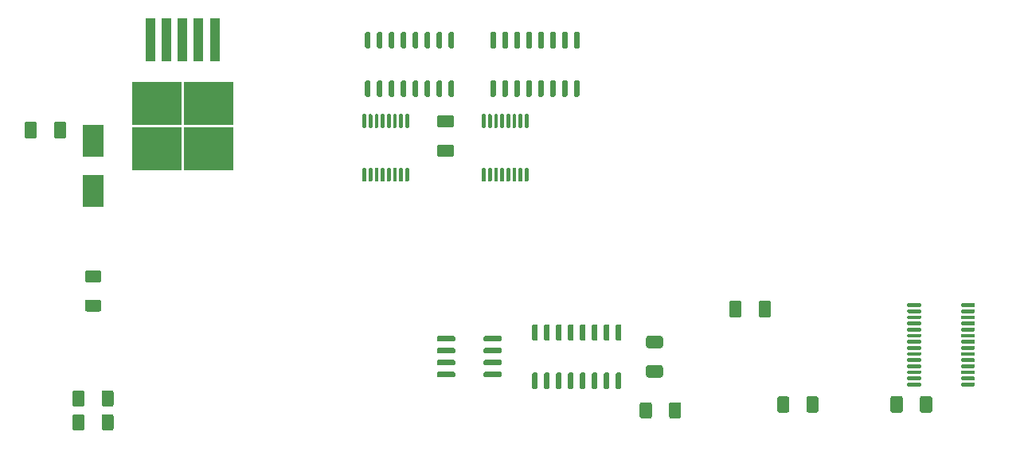
<source format=gbr>
%TF.GenerationSoftware,KiCad,Pcbnew,5.1.9+dfsg1-1*%
%TF.CreationDate,2021-10-02T14:14:08+02:00*%
%TF.ProjectId,accessory_board,61636365-7373-46f7-9279-5f626f617264,rev?*%
%TF.SameCoordinates,Original*%
%TF.FileFunction,Paste,Top*%
%TF.FilePolarity,Positive*%
%FSLAX46Y46*%
G04 Gerber Fmt 4.6, Leading zero omitted, Abs format (unit mm)*
G04 Created by KiCad (PCBNEW 5.1.9+dfsg1-1) date 2021-10-02 14:14:08*
%MOMM*%
%LPD*%
G01*
G04 APERTURE LIST*
%ADD10R,2.300000X3.500000*%
%ADD11R,1.100000X4.600000*%
%ADD12R,5.250000X4.550000*%
G04 APERTURE END LIST*
%TO.C,C1*%
G36*
G01*
X200009999Y-32700000D02*
X201310001Y-32700000D01*
G75*
G02*
X201560000Y-32949999I0J-249999D01*
G01*
X201560000Y-33775001D01*
G75*
G02*
X201310001Y-34025000I-249999J0D01*
G01*
X200009999Y-34025000D01*
G75*
G02*
X199760000Y-33775001I0J249999D01*
G01*
X199760000Y-32949999D01*
G75*
G02*
X200009999Y-32700000I249999J0D01*
G01*
G37*
G36*
G01*
X200009999Y-35825000D02*
X201310001Y-35825000D01*
G75*
G02*
X201560000Y-36074999I0J-249999D01*
G01*
X201560000Y-36900001D01*
G75*
G02*
X201310001Y-37150000I-249999J0D01*
G01*
X200009999Y-37150000D01*
G75*
G02*
X199760000Y-36900001I0J249999D01*
G01*
X199760000Y-36074999D01*
G75*
G02*
X200009999Y-35825000I249999J0D01*
G01*
G37*
%TD*%
%TO.C,C3*%
G36*
G01*
X159015000Y-34940001D02*
X159015000Y-33639999D01*
G75*
G02*
X159264999Y-33390000I249999J0D01*
G01*
X160090001Y-33390000D01*
G75*
G02*
X160340000Y-33639999I0J-249999D01*
G01*
X160340000Y-34940001D01*
G75*
G02*
X160090001Y-35190000I-249999J0D01*
G01*
X159264999Y-35190000D01*
G75*
G02*
X159015000Y-34940001I0J249999D01*
G01*
G37*
G36*
G01*
X155890000Y-34940001D02*
X155890000Y-33639999D01*
G75*
G02*
X156139999Y-33390000I249999J0D01*
G01*
X156965001Y-33390000D01*
G75*
G02*
X157215000Y-33639999I0J-249999D01*
G01*
X157215000Y-34940001D01*
G75*
G02*
X156965001Y-35190000I-249999J0D01*
G01*
X156139999Y-35190000D01*
G75*
G02*
X155890000Y-34940001I0J249999D01*
G01*
G37*
%TD*%
%TO.C,C6*%
G36*
G01*
X230820000Y-53990001D02*
X230820000Y-52689999D01*
G75*
G02*
X231069999Y-52440000I249999J0D01*
G01*
X231895001Y-52440000D01*
G75*
G02*
X232145000Y-52689999I0J-249999D01*
G01*
X232145000Y-53990001D01*
G75*
G02*
X231895001Y-54240000I-249999J0D01*
G01*
X231069999Y-54240000D01*
G75*
G02*
X230820000Y-53990001I0J249999D01*
G01*
G37*
G36*
G01*
X233945000Y-53990001D02*
X233945000Y-52689999D01*
G75*
G02*
X234194999Y-52440000I249999J0D01*
G01*
X235020001Y-52440000D01*
G75*
G02*
X235270000Y-52689999I0J-249999D01*
G01*
X235270000Y-53990001D01*
G75*
G02*
X235020001Y-54240000I-249999J0D01*
G01*
X234194999Y-54240000D01*
G75*
G02*
X233945000Y-53990001I0J249999D01*
G01*
G37*
%TD*%
%TO.C,C7*%
G36*
G01*
X252415000Y-62849999D02*
X252415000Y-64150001D01*
G75*
G02*
X252165001Y-64400000I-249999J0D01*
G01*
X251339999Y-64400000D01*
G75*
G02*
X251090000Y-64150001I0J249999D01*
G01*
X251090000Y-62849999D01*
G75*
G02*
X251339999Y-62600000I249999J0D01*
G01*
X252165001Y-62600000D01*
G75*
G02*
X252415000Y-62849999I0J-249999D01*
G01*
G37*
G36*
G01*
X249290000Y-62849999D02*
X249290000Y-64150001D01*
G75*
G02*
X249040001Y-64400000I-249999J0D01*
G01*
X248214999Y-64400000D01*
G75*
G02*
X247965000Y-64150001I0J249999D01*
G01*
X247965000Y-62849999D01*
G75*
G02*
X248214999Y-62600000I249999J0D01*
G01*
X249040001Y-62600000D01*
G75*
G02*
X249290000Y-62849999I0J-249999D01*
G01*
G37*
%TD*%
%TO.C,C8*%
G36*
G01*
X223535001Y-57520000D02*
X222234999Y-57520000D01*
G75*
G02*
X221985000Y-57270001I0J249999D01*
G01*
X221985000Y-56444999D01*
G75*
G02*
X222234999Y-56195000I249999J0D01*
G01*
X223535001Y-56195000D01*
G75*
G02*
X223785000Y-56444999I0J-249999D01*
G01*
X223785000Y-57270001D01*
G75*
G02*
X223535001Y-57520000I-249999J0D01*
G01*
G37*
G36*
G01*
X223535001Y-60645000D02*
X222234999Y-60645000D01*
G75*
G02*
X221985000Y-60395001I0J249999D01*
G01*
X221985000Y-59569999D01*
G75*
G02*
X222234999Y-59320000I249999J0D01*
G01*
X223535001Y-59320000D01*
G75*
G02*
X223785000Y-59569999I0J-249999D01*
G01*
X223785000Y-60395001D01*
G75*
G02*
X223535001Y-60645000I-249999J0D01*
G01*
G37*
%TD*%
D10*
%TO.C,D2*%
X163195000Y-40800000D03*
X163195000Y-35400000D03*
%TD*%
%TO.C,R1*%
G36*
G01*
X165395000Y-62240000D02*
X165395000Y-63490000D01*
G75*
G02*
X165145000Y-63740000I-250000J0D01*
G01*
X164345000Y-63740000D01*
G75*
G02*
X164095000Y-63490000I0J250000D01*
G01*
X164095000Y-62240000D01*
G75*
G02*
X164345000Y-61990000I250000J0D01*
G01*
X165145000Y-61990000D01*
G75*
G02*
X165395000Y-62240000I0J-250000D01*
G01*
G37*
G36*
G01*
X162295000Y-62240000D02*
X162295000Y-63490000D01*
G75*
G02*
X162045000Y-63740000I-250000J0D01*
G01*
X161245000Y-63740000D01*
G75*
G02*
X160995000Y-63490000I0J250000D01*
G01*
X160995000Y-62240000D01*
G75*
G02*
X161245000Y-61990000I250000J0D01*
G01*
X162045000Y-61990000D01*
G75*
G02*
X162295000Y-62240000I0J-250000D01*
G01*
G37*
%TD*%
%TO.C,R2*%
G36*
G01*
X162570000Y-52335000D02*
X163820000Y-52335000D01*
G75*
G02*
X164070000Y-52585000I0J-250000D01*
G01*
X164070000Y-53385000D01*
G75*
G02*
X163820000Y-53635000I-250000J0D01*
G01*
X162570000Y-53635000D01*
G75*
G02*
X162320000Y-53385000I0J250000D01*
G01*
X162320000Y-52585000D01*
G75*
G02*
X162570000Y-52335000I250000J0D01*
G01*
G37*
G36*
G01*
X162570000Y-49235000D02*
X163820000Y-49235000D01*
G75*
G02*
X164070000Y-49485000I0J-250000D01*
G01*
X164070000Y-50285000D01*
G75*
G02*
X163820000Y-50535000I-250000J0D01*
G01*
X162570000Y-50535000D01*
G75*
G02*
X162320000Y-50285000I0J250000D01*
G01*
X162320000Y-49485000D01*
G75*
G02*
X162570000Y-49235000I250000J0D01*
G01*
G37*
%TD*%
%TO.C,U1*%
G36*
G01*
X204835000Y-34070000D02*
X204635000Y-34070000D01*
G75*
G02*
X204535000Y-33970000I0J100000D01*
G01*
X204535000Y-32695000D01*
G75*
G02*
X204635000Y-32595000I100000J0D01*
G01*
X204835000Y-32595000D01*
G75*
G02*
X204935000Y-32695000I0J-100000D01*
G01*
X204935000Y-33970000D01*
G75*
G02*
X204835000Y-34070000I-100000J0D01*
G01*
G37*
G36*
G01*
X205485000Y-34070000D02*
X205285000Y-34070000D01*
G75*
G02*
X205185000Y-33970000I0J100000D01*
G01*
X205185000Y-32695000D01*
G75*
G02*
X205285000Y-32595000I100000J0D01*
G01*
X205485000Y-32595000D01*
G75*
G02*
X205585000Y-32695000I0J-100000D01*
G01*
X205585000Y-33970000D01*
G75*
G02*
X205485000Y-34070000I-100000J0D01*
G01*
G37*
G36*
G01*
X206135000Y-34070000D02*
X205935000Y-34070000D01*
G75*
G02*
X205835000Y-33970000I0J100000D01*
G01*
X205835000Y-32695000D01*
G75*
G02*
X205935000Y-32595000I100000J0D01*
G01*
X206135000Y-32595000D01*
G75*
G02*
X206235000Y-32695000I0J-100000D01*
G01*
X206235000Y-33970000D01*
G75*
G02*
X206135000Y-34070000I-100000J0D01*
G01*
G37*
G36*
G01*
X206785000Y-34070000D02*
X206585000Y-34070000D01*
G75*
G02*
X206485000Y-33970000I0J100000D01*
G01*
X206485000Y-32695000D01*
G75*
G02*
X206585000Y-32595000I100000J0D01*
G01*
X206785000Y-32595000D01*
G75*
G02*
X206885000Y-32695000I0J-100000D01*
G01*
X206885000Y-33970000D01*
G75*
G02*
X206785000Y-34070000I-100000J0D01*
G01*
G37*
G36*
G01*
X207435000Y-34070000D02*
X207235000Y-34070000D01*
G75*
G02*
X207135000Y-33970000I0J100000D01*
G01*
X207135000Y-32695000D01*
G75*
G02*
X207235000Y-32595000I100000J0D01*
G01*
X207435000Y-32595000D01*
G75*
G02*
X207535000Y-32695000I0J-100000D01*
G01*
X207535000Y-33970000D01*
G75*
G02*
X207435000Y-34070000I-100000J0D01*
G01*
G37*
G36*
G01*
X208085000Y-34070000D02*
X207885000Y-34070000D01*
G75*
G02*
X207785000Y-33970000I0J100000D01*
G01*
X207785000Y-32695000D01*
G75*
G02*
X207885000Y-32595000I100000J0D01*
G01*
X208085000Y-32595000D01*
G75*
G02*
X208185000Y-32695000I0J-100000D01*
G01*
X208185000Y-33970000D01*
G75*
G02*
X208085000Y-34070000I-100000J0D01*
G01*
G37*
G36*
G01*
X208735000Y-34070000D02*
X208535000Y-34070000D01*
G75*
G02*
X208435000Y-33970000I0J100000D01*
G01*
X208435000Y-32695000D01*
G75*
G02*
X208535000Y-32595000I100000J0D01*
G01*
X208735000Y-32595000D01*
G75*
G02*
X208835000Y-32695000I0J-100000D01*
G01*
X208835000Y-33970000D01*
G75*
G02*
X208735000Y-34070000I-100000J0D01*
G01*
G37*
G36*
G01*
X209385000Y-34070000D02*
X209185000Y-34070000D01*
G75*
G02*
X209085000Y-33970000I0J100000D01*
G01*
X209085000Y-32695000D01*
G75*
G02*
X209185000Y-32595000I100000J0D01*
G01*
X209385000Y-32595000D01*
G75*
G02*
X209485000Y-32695000I0J-100000D01*
G01*
X209485000Y-33970000D01*
G75*
G02*
X209385000Y-34070000I-100000J0D01*
G01*
G37*
G36*
G01*
X209385000Y-39795000D02*
X209185000Y-39795000D01*
G75*
G02*
X209085000Y-39695000I0J100000D01*
G01*
X209085000Y-38420000D01*
G75*
G02*
X209185000Y-38320000I100000J0D01*
G01*
X209385000Y-38320000D01*
G75*
G02*
X209485000Y-38420000I0J-100000D01*
G01*
X209485000Y-39695000D01*
G75*
G02*
X209385000Y-39795000I-100000J0D01*
G01*
G37*
G36*
G01*
X208735000Y-39795000D02*
X208535000Y-39795000D01*
G75*
G02*
X208435000Y-39695000I0J100000D01*
G01*
X208435000Y-38420000D01*
G75*
G02*
X208535000Y-38320000I100000J0D01*
G01*
X208735000Y-38320000D01*
G75*
G02*
X208835000Y-38420000I0J-100000D01*
G01*
X208835000Y-39695000D01*
G75*
G02*
X208735000Y-39795000I-100000J0D01*
G01*
G37*
G36*
G01*
X208085000Y-39795000D02*
X207885000Y-39795000D01*
G75*
G02*
X207785000Y-39695000I0J100000D01*
G01*
X207785000Y-38420000D01*
G75*
G02*
X207885000Y-38320000I100000J0D01*
G01*
X208085000Y-38320000D01*
G75*
G02*
X208185000Y-38420000I0J-100000D01*
G01*
X208185000Y-39695000D01*
G75*
G02*
X208085000Y-39795000I-100000J0D01*
G01*
G37*
G36*
G01*
X207435000Y-39795000D02*
X207235000Y-39795000D01*
G75*
G02*
X207135000Y-39695000I0J100000D01*
G01*
X207135000Y-38420000D01*
G75*
G02*
X207235000Y-38320000I100000J0D01*
G01*
X207435000Y-38320000D01*
G75*
G02*
X207535000Y-38420000I0J-100000D01*
G01*
X207535000Y-39695000D01*
G75*
G02*
X207435000Y-39795000I-100000J0D01*
G01*
G37*
G36*
G01*
X206785000Y-39795000D02*
X206585000Y-39795000D01*
G75*
G02*
X206485000Y-39695000I0J100000D01*
G01*
X206485000Y-38420000D01*
G75*
G02*
X206585000Y-38320000I100000J0D01*
G01*
X206785000Y-38320000D01*
G75*
G02*
X206885000Y-38420000I0J-100000D01*
G01*
X206885000Y-39695000D01*
G75*
G02*
X206785000Y-39795000I-100000J0D01*
G01*
G37*
G36*
G01*
X206135000Y-39795000D02*
X205935000Y-39795000D01*
G75*
G02*
X205835000Y-39695000I0J100000D01*
G01*
X205835000Y-38420000D01*
G75*
G02*
X205935000Y-38320000I100000J0D01*
G01*
X206135000Y-38320000D01*
G75*
G02*
X206235000Y-38420000I0J-100000D01*
G01*
X206235000Y-39695000D01*
G75*
G02*
X206135000Y-39795000I-100000J0D01*
G01*
G37*
G36*
G01*
X205485000Y-39795000D02*
X205285000Y-39795000D01*
G75*
G02*
X205185000Y-39695000I0J100000D01*
G01*
X205185000Y-38420000D01*
G75*
G02*
X205285000Y-38320000I100000J0D01*
G01*
X205485000Y-38320000D01*
G75*
G02*
X205585000Y-38420000I0J-100000D01*
G01*
X205585000Y-39695000D01*
G75*
G02*
X205485000Y-39795000I-100000J0D01*
G01*
G37*
G36*
G01*
X204835000Y-39795000D02*
X204635000Y-39795000D01*
G75*
G02*
X204535000Y-39695000I0J100000D01*
G01*
X204535000Y-38420000D01*
G75*
G02*
X204635000Y-38320000I100000J0D01*
G01*
X204835000Y-38320000D01*
G75*
G02*
X204935000Y-38420000I0J-100000D01*
G01*
X204935000Y-39695000D01*
G75*
G02*
X204835000Y-39795000I-100000J0D01*
G01*
G37*
%TD*%
%TO.C,U2*%
G36*
G01*
X192135000Y-39795000D02*
X191935000Y-39795000D01*
G75*
G02*
X191835000Y-39695000I0J100000D01*
G01*
X191835000Y-38420000D01*
G75*
G02*
X191935000Y-38320000I100000J0D01*
G01*
X192135000Y-38320000D01*
G75*
G02*
X192235000Y-38420000I0J-100000D01*
G01*
X192235000Y-39695000D01*
G75*
G02*
X192135000Y-39795000I-100000J0D01*
G01*
G37*
G36*
G01*
X192785000Y-39795000D02*
X192585000Y-39795000D01*
G75*
G02*
X192485000Y-39695000I0J100000D01*
G01*
X192485000Y-38420000D01*
G75*
G02*
X192585000Y-38320000I100000J0D01*
G01*
X192785000Y-38320000D01*
G75*
G02*
X192885000Y-38420000I0J-100000D01*
G01*
X192885000Y-39695000D01*
G75*
G02*
X192785000Y-39795000I-100000J0D01*
G01*
G37*
G36*
G01*
X193435000Y-39795000D02*
X193235000Y-39795000D01*
G75*
G02*
X193135000Y-39695000I0J100000D01*
G01*
X193135000Y-38420000D01*
G75*
G02*
X193235000Y-38320000I100000J0D01*
G01*
X193435000Y-38320000D01*
G75*
G02*
X193535000Y-38420000I0J-100000D01*
G01*
X193535000Y-39695000D01*
G75*
G02*
X193435000Y-39795000I-100000J0D01*
G01*
G37*
G36*
G01*
X194085000Y-39795000D02*
X193885000Y-39795000D01*
G75*
G02*
X193785000Y-39695000I0J100000D01*
G01*
X193785000Y-38420000D01*
G75*
G02*
X193885000Y-38320000I100000J0D01*
G01*
X194085000Y-38320000D01*
G75*
G02*
X194185000Y-38420000I0J-100000D01*
G01*
X194185000Y-39695000D01*
G75*
G02*
X194085000Y-39795000I-100000J0D01*
G01*
G37*
G36*
G01*
X194735000Y-39795000D02*
X194535000Y-39795000D01*
G75*
G02*
X194435000Y-39695000I0J100000D01*
G01*
X194435000Y-38420000D01*
G75*
G02*
X194535000Y-38320000I100000J0D01*
G01*
X194735000Y-38320000D01*
G75*
G02*
X194835000Y-38420000I0J-100000D01*
G01*
X194835000Y-39695000D01*
G75*
G02*
X194735000Y-39795000I-100000J0D01*
G01*
G37*
G36*
G01*
X195385000Y-39795000D02*
X195185000Y-39795000D01*
G75*
G02*
X195085000Y-39695000I0J100000D01*
G01*
X195085000Y-38420000D01*
G75*
G02*
X195185000Y-38320000I100000J0D01*
G01*
X195385000Y-38320000D01*
G75*
G02*
X195485000Y-38420000I0J-100000D01*
G01*
X195485000Y-39695000D01*
G75*
G02*
X195385000Y-39795000I-100000J0D01*
G01*
G37*
G36*
G01*
X196035000Y-39795000D02*
X195835000Y-39795000D01*
G75*
G02*
X195735000Y-39695000I0J100000D01*
G01*
X195735000Y-38420000D01*
G75*
G02*
X195835000Y-38320000I100000J0D01*
G01*
X196035000Y-38320000D01*
G75*
G02*
X196135000Y-38420000I0J-100000D01*
G01*
X196135000Y-39695000D01*
G75*
G02*
X196035000Y-39795000I-100000J0D01*
G01*
G37*
G36*
G01*
X196685000Y-39795000D02*
X196485000Y-39795000D01*
G75*
G02*
X196385000Y-39695000I0J100000D01*
G01*
X196385000Y-38420000D01*
G75*
G02*
X196485000Y-38320000I100000J0D01*
G01*
X196685000Y-38320000D01*
G75*
G02*
X196785000Y-38420000I0J-100000D01*
G01*
X196785000Y-39695000D01*
G75*
G02*
X196685000Y-39795000I-100000J0D01*
G01*
G37*
G36*
G01*
X196685000Y-34070000D02*
X196485000Y-34070000D01*
G75*
G02*
X196385000Y-33970000I0J100000D01*
G01*
X196385000Y-32695000D01*
G75*
G02*
X196485000Y-32595000I100000J0D01*
G01*
X196685000Y-32595000D01*
G75*
G02*
X196785000Y-32695000I0J-100000D01*
G01*
X196785000Y-33970000D01*
G75*
G02*
X196685000Y-34070000I-100000J0D01*
G01*
G37*
G36*
G01*
X196035000Y-34070000D02*
X195835000Y-34070000D01*
G75*
G02*
X195735000Y-33970000I0J100000D01*
G01*
X195735000Y-32695000D01*
G75*
G02*
X195835000Y-32595000I100000J0D01*
G01*
X196035000Y-32595000D01*
G75*
G02*
X196135000Y-32695000I0J-100000D01*
G01*
X196135000Y-33970000D01*
G75*
G02*
X196035000Y-34070000I-100000J0D01*
G01*
G37*
G36*
G01*
X195385000Y-34070000D02*
X195185000Y-34070000D01*
G75*
G02*
X195085000Y-33970000I0J100000D01*
G01*
X195085000Y-32695000D01*
G75*
G02*
X195185000Y-32595000I100000J0D01*
G01*
X195385000Y-32595000D01*
G75*
G02*
X195485000Y-32695000I0J-100000D01*
G01*
X195485000Y-33970000D01*
G75*
G02*
X195385000Y-34070000I-100000J0D01*
G01*
G37*
G36*
G01*
X194735000Y-34070000D02*
X194535000Y-34070000D01*
G75*
G02*
X194435000Y-33970000I0J100000D01*
G01*
X194435000Y-32695000D01*
G75*
G02*
X194535000Y-32595000I100000J0D01*
G01*
X194735000Y-32595000D01*
G75*
G02*
X194835000Y-32695000I0J-100000D01*
G01*
X194835000Y-33970000D01*
G75*
G02*
X194735000Y-34070000I-100000J0D01*
G01*
G37*
G36*
G01*
X194085000Y-34070000D02*
X193885000Y-34070000D01*
G75*
G02*
X193785000Y-33970000I0J100000D01*
G01*
X193785000Y-32695000D01*
G75*
G02*
X193885000Y-32595000I100000J0D01*
G01*
X194085000Y-32595000D01*
G75*
G02*
X194185000Y-32695000I0J-100000D01*
G01*
X194185000Y-33970000D01*
G75*
G02*
X194085000Y-34070000I-100000J0D01*
G01*
G37*
G36*
G01*
X193435000Y-34070000D02*
X193235000Y-34070000D01*
G75*
G02*
X193135000Y-33970000I0J100000D01*
G01*
X193135000Y-32695000D01*
G75*
G02*
X193235000Y-32595000I100000J0D01*
G01*
X193435000Y-32595000D01*
G75*
G02*
X193535000Y-32695000I0J-100000D01*
G01*
X193535000Y-33970000D01*
G75*
G02*
X193435000Y-34070000I-100000J0D01*
G01*
G37*
G36*
G01*
X192785000Y-34070000D02*
X192585000Y-34070000D01*
G75*
G02*
X192485000Y-33970000I0J100000D01*
G01*
X192485000Y-32695000D01*
G75*
G02*
X192585000Y-32595000I100000J0D01*
G01*
X192785000Y-32595000D01*
G75*
G02*
X192885000Y-32695000I0J-100000D01*
G01*
X192885000Y-33970000D01*
G75*
G02*
X192785000Y-34070000I-100000J0D01*
G01*
G37*
G36*
G01*
X192135000Y-34070000D02*
X191935000Y-34070000D01*
G75*
G02*
X191835000Y-33970000I0J100000D01*
G01*
X191835000Y-32695000D01*
G75*
G02*
X191935000Y-32595000I100000J0D01*
G01*
X192135000Y-32595000D01*
G75*
G02*
X192235000Y-32695000I0J-100000D01*
G01*
X192235000Y-33970000D01*
G75*
G02*
X192135000Y-34070000I-100000J0D01*
G01*
G37*
%TD*%
D11*
%TO.C,U3*%
X176120000Y-24705000D03*
X174420000Y-24705000D03*
X172720000Y-24705000D03*
X171020000Y-24705000D03*
X169320000Y-24705000D03*
D12*
X169945000Y-36280000D03*
X175495000Y-31430000D03*
X175495000Y-36280000D03*
X169945000Y-31430000D03*
%TD*%
%TO.C,U4*%
G36*
G01*
X205890000Y-30755000D02*
X205590000Y-30755000D01*
G75*
G02*
X205440000Y-30605000I0J150000D01*
G01*
X205440000Y-29155000D01*
G75*
G02*
X205590000Y-29005000I150000J0D01*
G01*
X205890000Y-29005000D01*
G75*
G02*
X206040000Y-29155000I0J-150000D01*
G01*
X206040000Y-30605000D01*
G75*
G02*
X205890000Y-30755000I-150000J0D01*
G01*
G37*
G36*
G01*
X207160000Y-30755000D02*
X206860000Y-30755000D01*
G75*
G02*
X206710000Y-30605000I0J150000D01*
G01*
X206710000Y-29155000D01*
G75*
G02*
X206860000Y-29005000I150000J0D01*
G01*
X207160000Y-29005000D01*
G75*
G02*
X207310000Y-29155000I0J-150000D01*
G01*
X207310000Y-30605000D01*
G75*
G02*
X207160000Y-30755000I-150000J0D01*
G01*
G37*
G36*
G01*
X208430000Y-30755000D02*
X208130000Y-30755000D01*
G75*
G02*
X207980000Y-30605000I0J150000D01*
G01*
X207980000Y-29155000D01*
G75*
G02*
X208130000Y-29005000I150000J0D01*
G01*
X208430000Y-29005000D01*
G75*
G02*
X208580000Y-29155000I0J-150000D01*
G01*
X208580000Y-30605000D01*
G75*
G02*
X208430000Y-30755000I-150000J0D01*
G01*
G37*
G36*
G01*
X209700000Y-30755000D02*
X209400000Y-30755000D01*
G75*
G02*
X209250000Y-30605000I0J150000D01*
G01*
X209250000Y-29155000D01*
G75*
G02*
X209400000Y-29005000I150000J0D01*
G01*
X209700000Y-29005000D01*
G75*
G02*
X209850000Y-29155000I0J-150000D01*
G01*
X209850000Y-30605000D01*
G75*
G02*
X209700000Y-30755000I-150000J0D01*
G01*
G37*
G36*
G01*
X210970000Y-30755000D02*
X210670000Y-30755000D01*
G75*
G02*
X210520000Y-30605000I0J150000D01*
G01*
X210520000Y-29155000D01*
G75*
G02*
X210670000Y-29005000I150000J0D01*
G01*
X210970000Y-29005000D01*
G75*
G02*
X211120000Y-29155000I0J-150000D01*
G01*
X211120000Y-30605000D01*
G75*
G02*
X210970000Y-30755000I-150000J0D01*
G01*
G37*
G36*
G01*
X212240000Y-30755000D02*
X211940000Y-30755000D01*
G75*
G02*
X211790000Y-30605000I0J150000D01*
G01*
X211790000Y-29155000D01*
G75*
G02*
X211940000Y-29005000I150000J0D01*
G01*
X212240000Y-29005000D01*
G75*
G02*
X212390000Y-29155000I0J-150000D01*
G01*
X212390000Y-30605000D01*
G75*
G02*
X212240000Y-30755000I-150000J0D01*
G01*
G37*
G36*
G01*
X213510000Y-30755000D02*
X213210000Y-30755000D01*
G75*
G02*
X213060000Y-30605000I0J150000D01*
G01*
X213060000Y-29155000D01*
G75*
G02*
X213210000Y-29005000I150000J0D01*
G01*
X213510000Y-29005000D01*
G75*
G02*
X213660000Y-29155000I0J-150000D01*
G01*
X213660000Y-30605000D01*
G75*
G02*
X213510000Y-30755000I-150000J0D01*
G01*
G37*
G36*
G01*
X214780000Y-30755000D02*
X214480000Y-30755000D01*
G75*
G02*
X214330000Y-30605000I0J150000D01*
G01*
X214330000Y-29155000D01*
G75*
G02*
X214480000Y-29005000I150000J0D01*
G01*
X214780000Y-29005000D01*
G75*
G02*
X214930000Y-29155000I0J-150000D01*
G01*
X214930000Y-30605000D01*
G75*
G02*
X214780000Y-30755000I-150000J0D01*
G01*
G37*
G36*
G01*
X214780000Y-25605000D02*
X214480000Y-25605000D01*
G75*
G02*
X214330000Y-25455000I0J150000D01*
G01*
X214330000Y-24005000D01*
G75*
G02*
X214480000Y-23855000I150000J0D01*
G01*
X214780000Y-23855000D01*
G75*
G02*
X214930000Y-24005000I0J-150000D01*
G01*
X214930000Y-25455000D01*
G75*
G02*
X214780000Y-25605000I-150000J0D01*
G01*
G37*
G36*
G01*
X213510000Y-25605000D02*
X213210000Y-25605000D01*
G75*
G02*
X213060000Y-25455000I0J150000D01*
G01*
X213060000Y-24005000D01*
G75*
G02*
X213210000Y-23855000I150000J0D01*
G01*
X213510000Y-23855000D01*
G75*
G02*
X213660000Y-24005000I0J-150000D01*
G01*
X213660000Y-25455000D01*
G75*
G02*
X213510000Y-25605000I-150000J0D01*
G01*
G37*
G36*
G01*
X212240000Y-25605000D02*
X211940000Y-25605000D01*
G75*
G02*
X211790000Y-25455000I0J150000D01*
G01*
X211790000Y-24005000D01*
G75*
G02*
X211940000Y-23855000I150000J0D01*
G01*
X212240000Y-23855000D01*
G75*
G02*
X212390000Y-24005000I0J-150000D01*
G01*
X212390000Y-25455000D01*
G75*
G02*
X212240000Y-25605000I-150000J0D01*
G01*
G37*
G36*
G01*
X210970000Y-25605000D02*
X210670000Y-25605000D01*
G75*
G02*
X210520000Y-25455000I0J150000D01*
G01*
X210520000Y-24005000D01*
G75*
G02*
X210670000Y-23855000I150000J0D01*
G01*
X210970000Y-23855000D01*
G75*
G02*
X211120000Y-24005000I0J-150000D01*
G01*
X211120000Y-25455000D01*
G75*
G02*
X210970000Y-25605000I-150000J0D01*
G01*
G37*
G36*
G01*
X209700000Y-25605000D02*
X209400000Y-25605000D01*
G75*
G02*
X209250000Y-25455000I0J150000D01*
G01*
X209250000Y-24005000D01*
G75*
G02*
X209400000Y-23855000I150000J0D01*
G01*
X209700000Y-23855000D01*
G75*
G02*
X209850000Y-24005000I0J-150000D01*
G01*
X209850000Y-25455000D01*
G75*
G02*
X209700000Y-25605000I-150000J0D01*
G01*
G37*
G36*
G01*
X208430000Y-25605000D02*
X208130000Y-25605000D01*
G75*
G02*
X207980000Y-25455000I0J150000D01*
G01*
X207980000Y-24005000D01*
G75*
G02*
X208130000Y-23855000I150000J0D01*
G01*
X208430000Y-23855000D01*
G75*
G02*
X208580000Y-24005000I0J-150000D01*
G01*
X208580000Y-25455000D01*
G75*
G02*
X208430000Y-25605000I-150000J0D01*
G01*
G37*
G36*
G01*
X207160000Y-25605000D02*
X206860000Y-25605000D01*
G75*
G02*
X206710000Y-25455000I0J150000D01*
G01*
X206710000Y-24005000D01*
G75*
G02*
X206860000Y-23855000I150000J0D01*
G01*
X207160000Y-23855000D01*
G75*
G02*
X207310000Y-24005000I0J-150000D01*
G01*
X207310000Y-25455000D01*
G75*
G02*
X207160000Y-25605000I-150000J0D01*
G01*
G37*
G36*
G01*
X205890000Y-25605000D02*
X205590000Y-25605000D01*
G75*
G02*
X205440000Y-25455000I0J150000D01*
G01*
X205440000Y-24005000D01*
G75*
G02*
X205590000Y-23855000I150000J0D01*
G01*
X205890000Y-23855000D01*
G75*
G02*
X206040000Y-24005000I0J-150000D01*
G01*
X206040000Y-25455000D01*
G75*
G02*
X205890000Y-25605000I-150000J0D01*
G01*
G37*
%TD*%
%TO.C,U5*%
G36*
G01*
X192555000Y-30755000D02*
X192255000Y-30755000D01*
G75*
G02*
X192105000Y-30605000I0J150000D01*
G01*
X192105000Y-29155000D01*
G75*
G02*
X192255000Y-29005000I150000J0D01*
G01*
X192555000Y-29005000D01*
G75*
G02*
X192705000Y-29155000I0J-150000D01*
G01*
X192705000Y-30605000D01*
G75*
G02*
X192555000Y-30755000I-150000J0D01*
G01*
G37*
G36*
G01*
X193825000Y-30755000D02*
X193525000Y-30755000D01*
G75*
G02*
X193375000Y-30605000I0J150000D01*
G01*
X193375000Y-29155000D01*
G75*
G02*
X193525000Y-29005000I150000J0D01*
G01*
X193825000Y-29005000D01*
G75*
G02*
X193975000Y-29155000I0J-150000D01*
G01*
X193975000Y-30605000D01*
G75*
G02*
X193825000Y-30755000I-150000J0D01*
G01*
G37*
G36*
G01*
X195095000Y-30755000D02*
X194795000Y-30755000D01*
G75*
G02*
X194645000Y-30605000I0J150000D01*
G01*
X194645000Y-29155000D01*
G75*
G02*
X194795000Y-29005000I150000J0D01*
G01*
X195095000Y-29005000D01*
G75*
G02*
X195245000Y-29155000I0J-150000D01*
G01*
X195245000Y-30605000D01*
G75*
G02*
X195095000Y-30755000I-150000J0D01*
G01*
G37*
G36*
G01*
X196365000Y-30755000D02*
X196065000Y-30755000D01*
G75*
G02*
X195915000Y-30605000I0J150000D01*
G01*
X195915000Y-29155000D01*
G75*
G02*
X196065000Y-29005000I150000J0D01*
G01*
X196365000Y-29005000D01*
G75*
G02*
X196515000Y-29155000I0J-150000D01*
G01*
X196515000Y-30605000D01*
G75*
G02*
X196365000Y-30755000I-150000J0D01*
G01*
G37*
G36*
G01*
X197635000Y-30755000D02*
X197335000Y-30755000D01*
G75*
G02*
X197185000Y-30605000I0J150000D01*
G01*
X197185000Y-29155000D01*
G75*
G02*
X197335000Y-29005000I150000J0D01*
G01*
X197635000Y-29005000D01*
G75*
G02*
X197785000Y-29155000I0J-150000D01*
G01*
X197785000Y-30605000D01*
G75*
G02*
X197635000Y-30755000I-150000J0D01*
G01*
G37*
G36*
G01*
X198905000Y-30755000D02*
X198605000Y-30755000D01*
G75*
G02*
X198455000Y-30605000I0J150000D01*
G01*
X198455000Y-29155000D01*
G75*
G02*
X198605000Y-29005000I150000J0D01*
G01*
X198905000Y-29005000D01*
G75*
G02*
X199055000Y-29155000I0J-150000D01*
G01*
X199055000Y-30605000D01*
G75*
G02*
X198905000Y-30755000I-150000J0D01*
G01*
G37*
G36*
G01*
X200175000Y-30755000D02*
X199875000Y-30755000D01*
G75*
G02*
X199725000Y-30605000I0J150000D01*
G01*
X199725000Y-29155000D01*
G75*
G02*
X199875000Y-29005000I150000J0D01*
G01*
X200175000Y-29005000D01*
G75*
G02*
X200325000Y-29155000I0J-150000D01*
G01*
X200325000Y-30605000D01*
G75*
G02*
X200175000Y-30755000I-150000J0D01*
G01*
G37*
G36*
G01*
X201445000Y-30755000D02*
X201145000Y-30755000D01*
G75*
G02*
X200995000Y-30605000I0J150000D01*
G01*
X200995000Y-29155000D01*
G75*
G02*
X201145000Y-29005000I150000J0D01*
G01*
X201445000Y-29005000D01*
G75*
G02*
X201595000Y-29155000I0J-150000D01*
G01*
X201595000Y-30605000D01*
G75*
G02*
X201445000Y-30755000I-150000J0D01*
G01*
G37*
G36*
G01*
X201445000Y-25605000D02*
X201145000Y-25605000D01*
G75*
G02*
X200995000Y-25455000I0J150000D01*
G01*
X200995000Y-24005000D01*
G75*
G02*
X201145000Y-23855000I150000J0D01*
G01*
X201445000Y-23855000D01*
G75*
G02*
X201595000Y-24005000I0J-150000D01*
G01*
X201595000Y-25455000D01*
G75*
G02*
X201445000Y-25605000I-150000J0D01*
G01*
G37*
G36*
G01*
X200175000Y-25605000D02*
X199875000Y-25605000D01*
G75*
G02*
X199725000Y-25455000I0J150000D01*
G01*
X199725000Y-24005000D01*
G75*
G02*
X199875000Y-23855000I150000J0D01*
G01*
X200175000Y-23855000D01*
G75*
G02*
X200325000Y-24005000I0J-150000D01*
G01*
X200325000Y-25455000D01*
G75*
G02*
X200175000Y-25605000I-150000J0D01*
G01*
G37*
G36*
G01*
X198905000Y-25605000D02*
X198605000Y-25605000D01*
G75*
G02*
X198455000Y-25455000I0J150000D01*
G01*
X198455000Y-24005000D01*
G75*
G02*
X198605000Y-23855000I150000J0D01*
G01*
X198905000Y-23855000D01*
G75*
G02*
X199055000Y-24005000I0J-150000D01*
G01*
X199055000Y-25455000D01*
G75*
G02*
X198905000Y-25605000I-150000J0D01*
G01*
G37*
G36*
G01*
X197635000Y-25605000D02*
X197335000Y-25605000D01*
G75*
G02*
X197185000Y-25455000I0J150000D01*
G01*
X197185000Y-24005000D01*
G75*
G02*
X197335000Y-23855000I150000J0D01*
G01*
X197635000Y-23855000D01*
G75*
G02*
X197785000Y-24005000I0J-150000D01*
G01*
X197785000Y-25455000D01*
G75*
G02*
X197635000Y-25605000I-150000J0D01*
G01*
G37*
G36*
G01*
X196365000Y-25605000D02*
X196065000Y-25605000D01*
G75*
G02*
X195915000Y-25455000I0J150000D01*
G01*
X195915000Y-24005000D01*
G75*
G02*
X196065000Y-23855000I150000J0D01*
G01*
X196365000Y-23855000D01*
G75*
G02*
X196515000Y-24005000I0J-150000D01*
G01*
X196515000Y-25455000D01*
G75*
G02*
X196365000Y-25605000I-150000J0D01*
G01*
G37*
G36*
G01*
X195095000Y-25605000D02*
X194795000Y-25605000D01*
G75*
G02*
X194645000Y-25455000I0J150000D01*
G01*
X194645000Y-24005000D01*
G75*
G02*
X194795000Y-23855000I150000J0D01*
G01*
X195095000Y-23855000D01*
G75*
G02*
X195245000Y-24005000I0J-150000D01*
G01*
X195245000Y-25455000D01*
G75*
G02*
X195095000Y-25605000I-150000J0D01*
G01*
G37*
G36*
G01*
X193825000Y-25605000D02*
X193525000Y-25605000D01*
G75*
G02*
X193375000Y-25455000I0J150000D01*
G01*
X193375000Y-24005000D01*
G75*
G02*
X193525000Y-23855000I150000J0D01*
G01*
X193825000Y-23855000D01*
G75*
G02*
X193975000Y-24005000I0J-150000D01*
G01*
X193975000Y-25455000D01*
G75*
G02*
X193825000Y-25605000I-150000J0D01*
G01*
G37*
G36*
G01*
X192555000Y-25605000D02*
X192255000Y-25605000D01*
G75*
G02*
X192105000Y-25455000I0J150000D01*
G01*
X192105000Y-24005000D01*
G75*
G02*
X192255000Y-23855000I150000J0D01*
G01*
X192555000Y-23855000D01*
G75*
G02*
X192705000Y-24005000I0J-150000D01*
G01*
X192705000Y-25455000D01*
G75*
G02*
X192555000Y-25605000I-150000J0D01*
G01*
G37*
%TD*%
%TO.C,U6*%
G36*
G01*
X249765000Y-53025000D02*
X249765000Y-52825000D01*
G75*
G02*
X249865000Y-52725000I100000J0D01*
G01*
X251140000Y-52725000D01*
G75*
G02*
X251240000Y-52825000I0J-100000D01*
G01*
X251240000Y-53025000D01*
G75*
G02*
X251140000Y-53125000I-100000J0D01*
G01*
X249865000Y-53125000D01*
G75*
G02*
X249765000Y-53025000I0J100000D01*
G01*
G37*
G36*
G01*
X249765000Y-53675000D02*
X249765000Y-53475000D01*
G75*
G02*
X249865000Y-53375000I100000J0D01*
G01*
X251140000Y-53375000D01*
G75*
G02*
X251240000Y-53475000I0J-100000D01*
G01*
X251240000Y-53675000D01*
G75*
G02*
X251140000Y-53775000I-100000J0D01*
G01*
X249865000Y-53775000D01*
G75*
G02*
X249765000Y-53675000I0J100000D01*
G01*
G37*
G36*
G01*
X249765000Y-54325000D02*
X249765000Y-54125000D01*
G75*
G02*
X249865000Y-54025000I100000J0D01*
G01*
X251140000Y-54025000D01*
G75*
G02*
X251240000Y-54125000I0J-100000D01*
G01*
X251240000Y-54325000D01*
G75*
G02*
X251140000Y-54425000I-100000J0D01*
G01*
X249865000Y-54425000D01*
G75*
G02*
X249765000Y-54325000I0J100000D01*
G01*
G37*
G36*
G01*
X249765000Y-54975000D02*
X249765000Y-54775000D01*
G75*
G02*
X249865000Y-54675000I100000J0D01*
G01*
X251140000Y-54675000D01*
G75*
G02*
X251240000Y-54775000I0J-100000D01*
G01*
X251240000Y-54975000D01*
G75*
G02*
X251140000Y-55075000I-100000J0D01*
G01*
X249865000Y-55075000D01*
G75*
G02*
X249765000Y-54975000I0J100000D01*
G01*
G37*
G36*
G01*
X249765000Y-55625000D02*
X249765000Y-55425000D01*
G75*
G02*
X249865000Y-55325000I100000J0D01*
G01*
X251140000Y-55325000D01*
G75*
G02*
X251240000Y-55425000I0J-100000D01*
G01*
X251240000Y-55625000D01*
G75*
G02*
X251140000Y-55725000I-100000J0D01*
G01*
X249865000Y-55725000D01*
G75*
G02*
X249765000Y-55625000I0J100000D01*
G01*
G37*
G36*
G01*
X249765000Y-56275000D02*
X249765000Y-56075000D01*
G75*
G02*
X249865000Y-55975000I100000J0D01*
G01*
X251140000Y-55975000D01*
G75*
G02*
X251240000Y-56075000I0J-100000D01*
G01*
X251240000Y-56275000D01*
G75*
G02*
X251140000Y-56375000I-100000J0D01*
G01*
X249865000Y-56375000D01*
G75*
G02*
X249765000Y-56275000I0J100000D01*
G01*
G37*
G36*
G01*
X249765000Y-56925000D02*
X249765000Y-56725000D01*
G75*
G02*
X249865000Y-56625000I100000J0D01*
G01*
X251140000Y-56625000D01*
G75*
G02*
X251240000Y-56725000I0J-100000D01*
G01*
X251240000Y-56925000D01*
G75*
G02*
X251140000Y-57025000I-100000J0D01*
G01*
X249865000Y-57025000D01*
G75*
G02*
X249765000Y-56925000I0J100000D01*
G01*
G37*
G36*
G01*
X249765000Y-57575000D02*
X249765000Y-57375000D01*
G75*
G02*
X249865000Y-57275000I100000J0D01*
G01*
X251140000Y-57275000D01*
G75*
G02*
X251240000Y-57375000I0J-100000D01*
G01*
X251240000Y-57575000D01*
G75*
G02*
X251140000Y-57675000I-100000J0D01*
G01*
X249865000Y-57675000D01*
G75*
G02*
X249765000Y-57575000I0J100000D01*
G01*
G37*
G36*
G01*
X249765000Y-58225000D02*
X249765000Y-58025000D01*
G75*
G02*
X249865000Y-57925000I100000J0D01*
G01*
X251140000Y-57925000D01*
G75*
G02*
X251240000Y-58025000I0J-100000D01*
G01*
X251240000Y-58225000D01*
G75*
G02*
X251140000Y-58325000I-100000J0D01*
G01*
X249865000Y-58325000D01*
G75*
G02*
X249765000Y-58225000I0J100000D01*
G01*
G37*
G36*
G01*
X249765000Y-58875000D02*
X249765000Y-58675000D01*
G75*
G02*
X249865000Y-58575000I100000J0D01*
G01*
X251140000Y-58575000D01*
G75*
G02*
X251240000Y-58675000I0J-100000D01*
G01*
X251240000Y-58875000D01*
G75*
G02*
X251140000Y-58975000I-100000J0D01*
G01*
X249865000Y-58975000D01*
G75*
G02*
X249765000Y-58875000I0J100000D01*
G01*
G37*
G36*
G01*
X249765000Y-59525000D02*
X249765000Y-59325000D01*
G75*
G02*
X249865000Y-59225000I100000J0D01*
G01*
X251140000Y-59225000D01*
G75*
G02*
X251240000Y-59325000I0J-100000D01*
G01*
X251240000Y-59525000D01*
G75*
G02*
X251140000Y-59625000I-100000J0D01*
G01*
X249865000Y-59625000D01*
G75*
G02*
X249765000Y-59525000I0J100000D01*
G01*
G37*
G36*
G01*
X249765000Y-60175000D02*
X249765000Y-59975000D01*
G75*
G02*
X249865000Y-59875000I100000J0D01*
G01*
X251140000Y-59875000D01*
G75*
G02*
X251240000Y-59975000I0J-100000D01*
G01*
X251240000Y-60175000D01*
G75*
G02*
X251140000Y-60275000I-100000J0D01*
G01*
X249865000Y-60275000D01*
G75*
G02*
X249765000Y-60175000I0J100000D01*
G01*
G37*
G36*
G01*
X249765000Y-60825000D02*
X249765000Y-60625000D01*
G75*
G02*
X249865000Y-60525000I100000J0D01*
G01*
X251140000Y-60525000D01*
G75*
G02*
X251240000Y-60625000I0J-100000D01*
G01*
X251240000Y-60825000D01*
G75*
G02*
X251140000Y-60925000I-100000J0D01*
G01*
X249865000Y-60925000D01*
G75*
G02*
X249765000Y-60825000I0J100000D01*
G01*
G37*
G36*
G01*
X249765000Y-61475000D02*
X249765000Y-61275000D01*
G75*
G02*
X249865000Y-61175000I100000J0D01*
G01*
X251140000Y-61175000D01*
G75*
G02*
X251240000Y-61275000I0J-100000D01*
G01*
X251240000Y-61475000D01*
G75*
G02*
X251140000Y-61575000I-100000J0D01*
G01*
X249865000Y-61575000D01*
G75*
G02*
X249765000Y-61475000I0J100000D01*
G01*
G37*
G36*
G01*
X255490000Y-61475000D02*
X255490000Y-61275000D01*
G75*
G02*
X255590000Y-61175000I100000J0D01*
G01*
X256865000Y-61175000D01*
G75*
G02*
X256965000Y-61275000I0J-100000D01*
G01*
X256965000Y-61475000D01*
G75*
G02*
X256865000Y-61575000I-100000J0D01*
G01*
X255590000Y-61575000D01*
G75*
G02*
X255490000Y-61475000I0J100000D01*
G01*
G37*
G36*
G01*
X255490000Y-60825000D02*
X255490000Y-60625000D01*
G75*
G02*
X255590000Y-60525000I100000J0D01*
G01*
X256865000Y-60525000D01*
G75*
G02*
X256965000Y-60625000I0J-100000D01*
G01*
X256965000Y-60825000D01*
G75*
G02*
X256865000Y-60925000I-100000J0D01*
G01*
X255590000Y-60925000D01*
G75*
G02*
X255490000Y-60825000I0J100000D01*
G01*
G37*
G36*
G01*
X255490000Y-60175000D02*
X255490000Y-59975000D01*
G75*
G02*
X255590000Y-59875000I100000J0D01*
G01*
X256865000Y-59875000D01*
G75*
G02*
X256965000Y-59975000I0J-100000D01*
G01*
X256965000Y-60175000D01*
G75*
G02*
X256865000Y-60275000I-100000J0D01*
G01*
X255590000Y-60275000D01*
G75*
G02*
X255490000Y-60175000I0J100000D01*
G01*
G37*
G36*
G01*
X255490000Y-59525000D02*
X255490000Y-59325000D01*
G75*
G02*
X255590000Y-59225000I100000J0D01*
G01*
X256865000Y-59225000D01*
G75*
G02*
X256965000Y-59325000I0J-100000D01*
G01*
X256965000Y-59525000D01*
G75*
G02*
X256865000Y-59625000I-100000J0D01*
G01*
X255590000Y-59625000D01*
G75*
G02*
X255490000Y-59525000I0J100000D01*
G01*
G37*
G36*
G01*
X255490000Y-58875000D02*
X255490000Y-58675000D01*
G75*
G02*
X255590000Y-58575000I100000J0D01*
G01*
X256865000Y-58575000D01*
G75*
G02*
X256965000Y-58675000I0J-100000D01*
G01*
X256965000Y-58875000D01*
G75*
G02*
X256865000Y-58975000I-100000J0D01*
G01*
X255590000Y-58975000D01*
G75*
G02*
X255490000Y-58875000I0J100000D01*
G01*
G37*
G36*
G01*
X255490000Y-58225000D02*
X255490000Y-58025000D01*
G75*
G02*
X255590000Y-57925000I100000J0D01*
G01*
X256865000Y-57925000D01*
G75*
G02*
X256965000Y-58025000I0J-100000D01*
G01*
X256965000Y-58225000D01*
G75*
G02*
X256865000Y-58325000I-100000J0D01*
G01*
X255590000Y-58325000D01*
G75*
G02*
X255490000Y-58225000I0J100000D01*
G01*
G37*
G36*
G01*
X255490000Y-57575000D02*
X255490000Y-57375000D01*
G75*
G02*
X255590000Y-57275000I100000J0D01*
G01*
X256865000Y-57275000D01*
G75*
G02*
X256965000Y-57375000I0J-100000D01*
G01*
X256965000Y-57575000D01*
G75*
G02*
X256865000Y-57675000I-100000J0D01*
G01*
X255590000Y-57675000D01*
G75*
G02*
X255490000Y-57575000I0J100000D01*
G01*
G37*
G36*
G01*
X255490000Y-56925000D02*
X255490000Y-56725000D01*
G75*
G02*
X255590000Y-56625000I100000J0D01*
G01*
X256865000Y-56625000D01*
G75*
G02*
X256965000Y-56725000I0J-100000D01*
G01*
X256965000Y-56925000D01*
G75*
G02*
X256865000Y-57025000I-100000J0D01*
G01*
X255590000Y-57025000D01*
G75*
G02*
X255490000Y-56925000I0J100000D01*
G01*
G37*
G36*
G01*
X255490000Y-56275000D02*
X255490000Y-56075000D01*
G75*
G02*
X255590000Y-55975000I100000J0D01*
G01*
X256865000Y-55975000D01*
G75*
G02*
X256965000Y-56075000I0J-100000D01*
G01*
X256965000Y-56275000D01*
G75*
G02*
X256865000Y-56375000I-100000J0D01*
G01*
X255590000Y-56375000D01*
G75*
G02*
X255490000Y-56275000I0J100000D01*
G01*
G37*
G36*
G01*
X255490000Y-55625000D02*
X255490000Y-55425000D01*
G75*
G02*
X255590000Y-55325000I100000J0D01*
G01*
X256865000Y-55325000D01*
G75*
G02*
X256965000Y-55425000I0J-100000D01*
G01*
X256965000Y-55625000D01*
G75*
G02*
X256865000Y-55725000I-100000J0D01*
G01*
X255590000Y-55725000D01*
G75*
G02*
X255490000Y-55625000I0J100000D01*
G01*
G37*
G36*
G01*
X255490000Y-54975000D02*
X255490000Y-54775000D01*
G75*
G02*
X255590000Y-54675000I100000J0D01*
G01*
X256865000Y-54675000D01*
G75*
G02*
X256965000Y-54775000I0J-100000D01*
G01*
X256965000Y-54975000D01*
G75*
G02*
X256865000Y-55075000I-100000J0D01*
G01*
X255590000Y-55075000D01*
G75*
G02*
X255490000Y-54975000I0J100000D01*
G01*
G37*
G36*
G01*
X255490000Y-54325000D02*
X255490000Y-54125000D01*
G75*
G02*
X255590000Y-54025000I100000J0D01*
G01*
X256865000Y-54025000D01*
G75*
G02*
X256965000Y-54125000I0J-100000D01*
G01*
X256965000Y-54325000D01*
G75*
G02*
X256865000Y-54425000I-100000J0D01*
G01*
X255590000Y-54425000D01*
G75*
G02*
X255490000Y-54325000I0J100000D01*
G01*
G37*
G36*
G01*
X255490000Y-53675000D02*
X255490000Y-53475000D01*
G75*
G02*
X255590000Y-53375000I100000J0D01*
G01*
X256865000Y-53375000D01*
G75*
G02*
X256965000Y-53475000I0J-100000D01*
G01*
X256965000Y-53675000D01*
G75*
G02*
X256865000Y-53775000I-100000J0D01*
G01*
X255590000Y-53775000D01*
G75*
G02*
X255490000Y-53675000I0J100000D01*
G01*
G37*
G36*
G01*
X255490000Y-53025000D02*
X255490000Y-52825000D01*
G75*
G02*
X255590000Y-52725000I100000J0D01*
G01*
X256865000Y-52725000D01*
G75*
G02*
X256965000Y-52825000I0J-100000D01*
G01*
X256965000Y-53025000D01*
G75*
G02*
X256865000Y-53125000I-100000J0D01*
G01*
X255590000Y-53125000D01*
G75*
G02*
X255490000Y-53025000I0J100000D01*
G01*
G37*
%TD*%
%TO.C,U7*%
G36*
G01*
X206650000Y-60175000D02*
X206650000Y-60475000D01*
G75*
G02*
X206500000Y-60625000I-150000J0D01*
G01*
X204850000Y-60625000D01*
G75*
G02*
X204700000Y-60475000I0J150000D01*
G01*
X204700000Y-60175000D01*
G75*
G02*
X204850000Y-60025000I150000J0D01*
G01*
X206500000Y-60025000D01*
G75*
G02*
X206650000Y-60175000I0J-150000D01*
G01*
G37*
G36*
G01*
X206650000Y-58905000D02*
X206650000Y-59205000D01*
G75*
G02*
X206500000Y-59355000I-150000J0D01*
G01*
X204850000Y-59355000D01*
G75*
G02*
X204700000Y-59205000I0J150000D01*
G01*
X204700000Y-58905000D01*
G75*
G02*
X204850000Y-58755000I150000J0D01*
G01*
X206500000Y-58755000D01*
G75*
G02*
X206650000Y-58905000I0J-150000D01*
G01*
G37*
G36*
G01*
X206650000Y-57635000D02*
X206650000Y-57935000D01*
G75*
G02*
X206500000Y-58085000I-150000J0D01*
G01*
X204850000Y-58085000D01*
G75*
G02*
X204700000Y-57935000I0J150000D01*
G01*
X204700000Y-57635000D01*
G75*
G02*
X204850000Y-57485000I150000J0D01*
G01*
X206500000Y-57485000D01*
G75*
G02*
X206650000Y-57635000I0J-150000D01*
G01*
G37*
G36*
G01*
X206650000Y-56365000D02*
X206650000Y-56665000D01*
G75*
G02*
X206500000Y-56815000I-150000J0D01*
G01*
X204850000Y-56815000D01*
G75*
G02*
X204700000Y-56665000I0J150000D01*
G01*
X204700000Y-56365000D01*
G75*
G02*
X204850000Y-56215000I150000J0D01*
G01*
X206500000Y-56215000D01*
G75*
G02*
X206650000Y-56365000I0J-150000D01*
G01*
G37*
G36*
G01*
X201700000Y-56365000D02*
X201700000Y-56665000D01*
G75*
G02*
X201550000Y-56815000I-150000J0D01*
G01*
X199900000Y-56815000D01*
G75*
G02*
X199750000Y-56665000I0J150000D01*
G01*
X199750000Y-56365000D01*
G75*
G02*
X199900000Y-56215000I150000J0D01*
G01*
X201550000Y-56215000D01*
G75*
G02*
X201700000Y-56365000I0J-150000D01*
G01*
G37*
G36*
G01*
X201700000Y-57635000D02*
X201700000Y-57935000D01*
G75*
G02*
X201550000Y-58085000I-150000J0D01*
G01*
X199900000Y-58085000D01*
G75*
G02*
X199750000Y-57935000I0J150000D01*
G01*
X199750000Y-57635000D01*
G75*
G02*
X199900000Y-57485000I150000J0D01*
G01*
X201550000Y-57485000D01*
G75*
G02*
X201700000Y-57635000I0J-150000D01*
G01*
G37*
G36*
G01*
X201700000Y-58905000D02*
X201700000Y-59205000D01*
G75*
G02*
X201550000Y-59355000I-150000J0D01*
G01*
X199900000Y-59355000D01*
G75*
G02*
X199750000Y-59205000I0J150000D01*
G01*
X199750000Y-58905000D01*
G75*
G02*
X199900000Y-58755000I150000J0D01*
G01*
X201550000Y-58755000D01*
G75*
G02*
X201700000Y-58905000I0J-150000D01*
G01*
G37*
G36*
G01*
X201700000Y-60175000D02*
X201700000Y-60475000D01*
G75*
G02*
X201550000Y-60625000I-150000J0D01*
G01*
X199900000Y-60625000D01*
G75*
G02*
X199750000Y-60475000I0J150000D01*
G01*
X199750000Y-60175000D01*
G75*
G02*
X199900000Y-60025000I150000J0D01*
G01*
X201550000Y-60025000D01*
G75*
G02*
X201700000Y-60175000I0J-150000D01*
G01*
G37*
%TD*%
%TO.C,U8*%
G36*
G01*
X210335000Y-56720000D02*
X210035000Y-56720000D01*
G75*
G02*
X209885000Y-56570000I0J150000D01*
G01*
X209885000Y-55120000D01*
G75*
G02*
X210035000Y-54970000I150000J0D01*
G01*
X210335000Y-54970000D01*
G75*
G02*
X210485000Y-55120000I0J-150000D01*
G01*
X210485000Y-56570000D01*
G75*
G02*
X210335000Y-56720000I-150000J0D01*
G01*
G37*
G36*
G01*
X211605000Y-56720000D02*
X211305000Y-56720000D01*
G75*
G02*
X211155000Y-56570000I0J150000D01*
G01*
X211155000Y-55120000D01*
G75*
G02*
X211305000Y-54970000I150000J0D01*
G01*
X211605000Y-54970000D01*
G75*
G02*
X211755000Y-55120000I0J-150000D01*
G01*
X211755000Y-56570000D01*
G75*
G02*
X211605000Y-56720000I-150000J0D01*
G01*
G37*
G36*
G01*
X212875000Y-56720000D02*
X212575000Y-56720000D01*
G75*
G02*
X212425000Y-56570000I0J150000D01*
G01*
X212425000Y-55120000D01*
G75*
G02*
X212575000Y-54970000I150000J0D01*
G01*
X212875000Y-54970000D01*
G75*
G02*
X213025000Y-55120000I0J-150000D01*
G01*
X213025000Y-56570000D01*
G75*
G02*
X212875000Y-56720000I-150000J0D01*
G01*
G37*
G36*
G01*
X214145000Y-56720000D02*
X213845000Y-56720000D01*
G75*
G02*
X213695000Y-56570000I0J150000D01*
G01*
X213695000Y-55120000D01*
G75*
G02*
X213845000Y-54970000I150000J0D01*
G01*
X214145000Y-54970000D01*
G75*
G02*
X214295000Y-55120000I0J-150000D01*
G01*
X214295000Y-56570000D01*
G75*
G02*
X214145000Y-56720000I-150000J0D01*
G01*
G37*
G36*
G01*
X215415000Y-56720000D02*
X215115000Y-56720000D01*
G75*
G02*
X214965000Y-56570000I0J150000D01*
G01*
X214965000Y-55120000D01*
G75*
G02*
X215115000Y-54970000I150000J0D01*
G01*
X215415000Y-54970000D01*
G75*
G02*
X215565000Y-55120000I0J-150000D01*
G01*
X215565000Y-56570000D01*
G75*
G02*
X215415000Y-56720000I-150000J0D01*
G01*
G37*
G36*
G01*
X216685000Y-56720000D02*
X216385000Y-56720000D01*
G75*
G02*
X216235000Y-56570000I0J150000D01*
G01*
X216235000Y-55120000D01*
G75*
G02*
X216385000Y-54970000I150000J0D01*
G01*
X216685000Y-54970000D01*
G75*
G02*
X216835000Y-55120000I0J-150000D01*
G01*
X216835000Y-56570000D01*
G75*
G02*
X216685000Y-56720000I-150000J0D01*
G01*
G37*
G36*
G01*
X217955000Y-56720000D02*
X217655000Y-56720000D01*
G75*
G02*
X217505000Y-56570000I0J150000D01*
G01*
X217505000Y-55120000D01*
G75*
G02*
X217655000Y-54970000I150000J0D01*
G01*
X217955000Y-54970000D01*
G75*
G02*
X218105000Y-55120000I0J-150000D01*
G01*
X218105000Y-56570000D01*
G75*
G02*
X217955000Y-56720000I-150000J0D01*
G01*
G37*
G36*
G01*
X219225000Y-56720000D02*
X218925000Y-56720000D01*
G75*
G02*
X218775000Y-56570000I0J150000D01*
G01*
X218775000Y-55120000D01*
G75*
G02*
X218925000Y-54970000I150000J0D01*
G01*
X219225000Y-54970000D01*
G75*
G02*
X219375000Y-55120000I0J-150000D01*
G01*
X219375000Y-56570000D01*
G75*
G02*
X219225000Y-56720000I-150000J0D01*
G01*
G37*
G36*
G01*
X219225000Y-61870000D02*
X218925000Y-61870000D01*
G75*
G02*
X218775000Y-61720000I0J150000D01*
G01*
X218775000Y-60270000D01*
G75*
G02*
X218925000Y-60120000I150000J0D01*
G01*
X219225000Y-60120000D01*
G75*
G02*
X219375000Y-60270000I0J-150000D01*
G01*
X219375000Y-61720000D01*
G75*
G02*
X219225000Y-61870000I-150000J0D01*
G01*
G37*
G36*
G01*
X217955000Y-61870000D02*
X217655000Y-61870000D01*
G75*
G02*
X217505000Y-61720000I0J150000D01*
G01*
X217505000Y-60270000D01*
G75*
G02*
X217655000Y-60120000I150000J0D01*
G01*
X217955000Y-60120000D01*
G75*
G02*
X218105000Y-60270000I0J-150000D01*
G01*
X218105000Y-61720000D01*
G75*
G02*
X217955000Y-61870000I-150000J0D01*
G01*
G37*
G36*
G01*
X216685000Y-61870000D02*
X216385000Y-61870000D01*
G75*
G02*
X216235000Y-61720000I0J150000D01*
G01*
X216235000Y-60270000D01*
G75*
G02*
X216385000Y-60120000I150000J0D01*
G01*
X216685000Y-60120000D01*
G75*
G02*
X216835000Y-60270000I0J-150000D01*
G01*
X216835000Y-61720000D01*
G75*
G02*
X216685000Y-61870000I-150000J0D01*
G01*
G37*
G36*
G01*
X215415000Y-61870000D02*
X215115000Y-61870000D01*
G75*
G02*
X214965000Y-61720000I0J150000D01*
G01*
X214965000Y-60270000D01*
G75*
G02*
X215115000Y-60120000I150000J0D01*
G01*
X215415000Y-60120000D01*
G75*
G02*
X215565000Y-60270000I0J-150000D01*
G01*
X215565000Y-61720000D01*
G75*
G02*
X215415000Y-61870000I-150000J0D01*
G01*
G37*
G36*
G01*
X214145000Y-61870000D02*
X213845000Y-61870000D01*
G75*
G02*
X213695000Y-61720000I0J150000D01*
G01*
X213695000Y-60270000D01*
G75*
G02*
X213845000Y-60120000I150000J0D01*
G01*
X214145000Y-60120000D01*
G75*
G02*
X214295000Y-60270000I0J-150000D01*
G01*
X214295000Y-61720000D01*
G75*
G02*
X214145000Y-61870000I-150000J0D01*
G01*
G37*
G36*
G01*
X212875000Y-61870000D02*
X212575000Y-61870000D01*
G75*
G02*
X212425000Y-61720000I0J150000D01*
G01*
X212425000Y-60270000D01*
G75*
G02*
X212575000Y-60120000I150000J0D01*
G01*
X212875000Y-60120000D01*
G75*
G02*
X213025000Y-60270000I0J-150000D01*
G01*
X213025000Y-61720000D01*
G75*
G02*
X212875000Y-61870000I-150000J0D01*
G01*
G37*
G36*
G01*
X211605000Y-61870000D02*
X211305000Y-61870000D01*
G75*
G02*
X211155000Y-61720000I0J150000D01*
G01*
X211155000Y-60270000D01*
G75*
G02*
X211305000Y-60120000I150000J0D01*
G01*
X211605000Y-60120000D01*
G75*
G02*
X211755000Y-60270000I0J-150000D01*
G01*
X211755000Y-61720000D01*
G75*
G02*
X211605000Y-61870000I-150000J0D01*
G01*
G37*
G36*
G01*
X210335000Y-61870000D02*
X210035000Y-61870000D01*
G75*
G02*
X209885000Y-61720000I0J150000D01*
G01*
X209885000Y-60270000D01*
G75*
G02*
X210035000Y-60120000I150000J0D01*
G01*
X210335000Y-60120000D01*
G75*
G02*
X210485000Y-60270000I0J-150000D01*
G01*
X210485000Y-61720000D01*
G75*
G02*
X210335000Y-61870000I-150000J0D01*
G01*
G37*
%TD*%
%TO.C,R3*%
G36*
G01*
X235925000Y-64125000D02*
X235925000Y-62875000D01*
G75*
G02*
X236175000Y-62625000I250000J0D01*
G01*
X236975000Y-62625000D01*
G75*
G02*
X237225000Y-62875000I0J-250000D01*
G01*
X237225000Y-64125000D01*
G75*
G02*
X236975000Y-64375000I-250000J0D01*
G01*
X236175000Y-64375000D01*
G75*
G02*
X235925000Y-64125000I0J250000D01*
G01*
G37*
G36*
G01*
X239025000Y-64125000D02*
X239025000Y-62875000D01*
G75*
G02*
X239275000Y-62625000I250000J0D01*
G01*
X240075000Y-62625000D01*
G75*
G02*
X240325000Y-62875000I0J-250000D01*
G01*
X240325000Y-64125000D01*
G75*
G02*
X240075000Y-64375000I-250000J0D01*
G01*
X239275000Y-64375000D01*
G75*
G02*
X239025000Y-64125000I0J250000D01*
G01*
G37*
%TD*%
%TO.C,R4*%
G36*
G01*
X224420000Y-64760000D02*
X224420000Y-63510000D01*
G75*
G02*
X224670000Y-63260000I250000J0D01*
G01*
X225470000Y-63260000D01*
G75*
G02*
X225720000Y-63510000I0J-250000D01*
G01*
X225720000Y-64760000D01*
G75*
G02*
X225470000Y-65010000I-250000J0D01*
G01*
X224670000Y-65010000D01*
G75*
G02*
X224420000Y-64760000I0J250000D01*
G01*
G37*
G36*
G01*
X221320000Y-64760000D02*
X221320000Y-63510000D01*
G75*
G02*
X221570000Y-63260000I250000J0D01*
G01*
X222370000Y-63260000D01*
G75*
G02*
X222620000Y-63510000I0J-250000D01*
G01*
X222620000Y-64760000D01*
G75*
G02*
X222370000Y-65010000I-250000J0D01*
G01*
X221570000Y-65010000D01*
G75*
G02*
X221320000Y-64760000I0J250000D01*
G01*
G37*
%TD*%
%TO.C,R5*%
G36*
G01*
X165395000Y-64780000D02*
X165395000Y-66030000D01*
G75*
G02*
X165145000Y-66280000I-250000J0D01*
G01*
X164345000Y-66280000D01*
G75*
G02*
X164095000Y-66030000I0J250000D01*
G01*
X164095000Y-64780000D01*
G75*
G02*
X164345000Y-64530000I250000J0D01*
G01*
X165145000Y-64530000D01*
G75*
G02*
X165395000Y-64780000I0J-250000D01*
G01*
G37*
G36*
G01*
X162295000Y-64780000D02*
X162295000Y-66030000D01*
G75*
G02*
X162045000Y-66280000I-250000J0D01*
G01*
X161245000Y-66280000D01*
G75*
G02*
X160995000Y-66030000I0J250000D01*
G01*
X160995000Y-64780000D01*
G75*
G02*
X161245000Y-64530000I250000J0D01*
G01*
X162045000Y-64530000D01*
G75*
G02*
X162295000Y-64780000I0J-250000D01*
G01*
G37*
%TD*%
M02*

</source>
